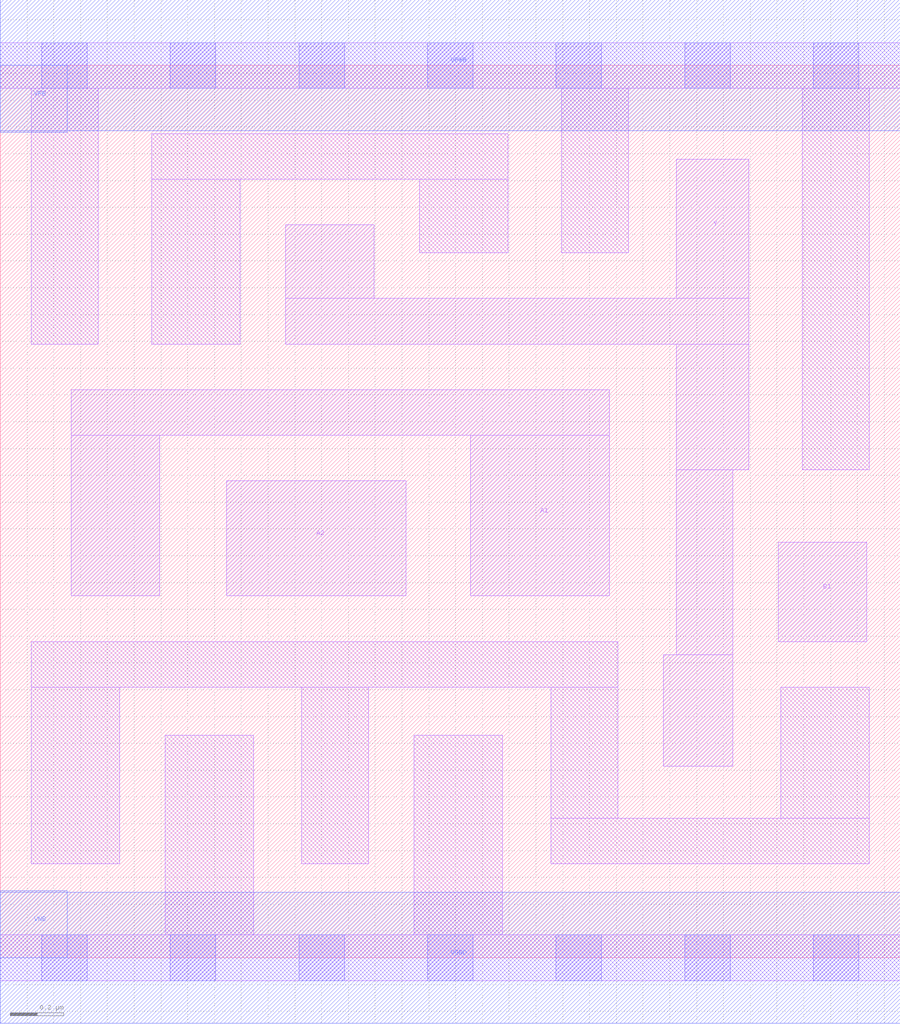
<source format=lef>
# Copyright 2020 The SkyWater PDK Authors
#
# Licensed under the Apache License, Version 2.0 (the "License");
# you may not use this file except in compliance with the License.
# You may obtain a copy of the License at
#
#     https://www.apache.org/licenses/LICENSE-2.0
#
# Unless required by applicable law or agreed to in writing, software
# distributed under the License is distributed on an "AS IS" BASIS,
# WITHOUT WARRANTIES OR CONDITIONS OF ANY KIND, either express or implied.
# See the License for the specific language governing permissions and
# limitations under the License.
#
# SPDX-License-Identifier: Apache-2.0

VERSION 5.5 ;
NAMESCASESENSITIVE ON ;
BUSBITCHARS "[]" ;
DIVIDERCHAR "/" ;
MACRO sky130_fd_sc_ms__o21ai_2
  CLASS CORE ;
  SOURCE USER ;
  ORIGIN  0.000000  0.000000 ;
  SIZE  3.360000 BY  3.330000 ;
  SYMMETRY X Y ;
  SITE unit ;
  PIN A1
    ANTENNAGATEAREA  0.558000 ;
    DIRECTION INPUT ;
    USE SIGNAL ;
    PORT
      LAYER li1 ;
        RECT 0.265000 1.350000 0.595000 1.950000 ;
        RECT 0.265000 1.950000 2.275000 2.120000 ;
        RECT 1.755000 1.350000 2.275000 1.950000 ;
    END
  END A1
  PIN A2
    ANTENNAGATEAREA  0.558000 ;
    DIRECTION INPUT ;
    USE SIGNAL ;
    PORT
      LAYER li1 ;
        RECT 0.845000 1.350000 1.515000 1.780000 ;
    END
  END A2
  PIN B1
    ANTENNAGATEAREA  0.558000 ;
    DIRECTION INPUT ;
    USE SIGNAL ;
    PORT
      LAYER li1 ;
        RECT 2.905000 1.180000 3.235000 1.550000 ;
    END
  END B1
  PIN Y
    ANTENNADIFFAREA  0.961100 ;
    DIRECTION OUTPUT ;
    USE SIGNAL ;
    PORT
      LAYER li1 ;
        RECT 1.065000 2.290000 2.795000 2.460000 ;
        RECT 1.065000 2.460000 1.395000 2.735000 ;
        RECT 2.475000 0.715000 2.735000 1.130000 ;
        RECT 2.525000 1.130000 2.735000 1.820000 ;
        RECT 2.525000 1.820000 2.795000 2.290000 ;
        RECT 2.525000 2.460000 2.795000 2.980000 ;
    END
  END Y
  PIN VGND
    DIRECTION INOUT ;
    USE GROUND ;
    PORT
      LAYER met1 ;
        RECT 0.000000 -0.245000 3.360000 0.245000 ;
    END
  END VGND
  PIN VNB
    DIRECTION INOUT ;
    USE GROUND ;
    PORT
      LAYER met1 ;
        RECT 0.000000 0.000000 0.250000 0.250000 ;
    END
  END VNB
  PIN VPB
    DIRECTION INOUT ;
    USE POWER ;
    PORT
      LAYER met1 ;
        RECT 0.000000 3.080000 0.250000 3.330000 ;
    END
  END VPB
  PIN VPWR
    DIRECTION INOUT ;
    USE POWER ;
    PORT
      LAYER met1 ;
        RECT 0.000000 3.085000 3.360000 3.575000 ;
    END
  END VPWR
  OBS
    LAYER li1 ;
      RECT 0.000000 -0.085000 3.360000 0.085000 ;
      RECT 0.000000  3.245000 3.360000 3.415000 ;
      RECT 0.115000  0.350000 0.445000 1.010000 ;
      RECT 0.115000  1.010000 2.305000 1.180000 ;
      RECT 0.115000  2.290000 0.365000 3.245000 ;
      RECT 0.565000  2.290000 0.895000 2.905000 ;
      RECT 0.565000  2.905000 1.895000 3.075000 ;
      RECT 0.615000  0.085000 0.945000 0.830000 ;
      RECT 1.125000  0.350000 1.375000 1.010000 ;
      RECT 1.545000  0.085000 1.875000 0.830000 ;
      RECT 1.565000  2.630000 1.895000 2.905000 ;
      RECT 2.055000  0.350000 3.245000 0.520000 ;
      RECT 2.055000  0.520000 2.305000 1.010000 ;
      RECT 2.095000  2.630000 2.345000 3.245000 ;
      RECT 2.915000  0.520000 3.245000 1.010000 ;
      RECT 2.995000  1.820000 3.245000 3.245000 ;
    LAYER mcon ;
      RECT 0.155000 -0.085000 0.325000 0.085000 ;
      RECT 0.155000  3.245000 0.325000 3.415000 ;
      RECT 0.635000 -0.085000 0.805000 0.085000 ;
      RECT 0.635000  3.245000 0.805000 3.415000 ;
      RECT 1.115000 -0.085000 1.285000 0.085000 ;
      RECT 1.115000  3.245000 1.285000 3.415000 ;
      RECT 1.595000 -0.085000 1.765000 0.085000 ;
      RECT 1.595000  3.245000 1.765000 3.415000 ;
      RECT 2.075000 -0.085000 2.245000 0.085000 ;
      RECT 2.075000  3.245000 2.245000 3.415000 ;
      RECT 2.555000 -0.085000 2.725000 0.085000 ;
      RECT 2.555000  3.245000 2.725000 3.415000 ;
      RECT 3.035000 -0.085000 3.205000 0.085000 ;
      RECT 3.035000  3.245000 3.205000 3.415000 ;
  END
END sky130_fd_sc_ms__o21ai_2

</source>
